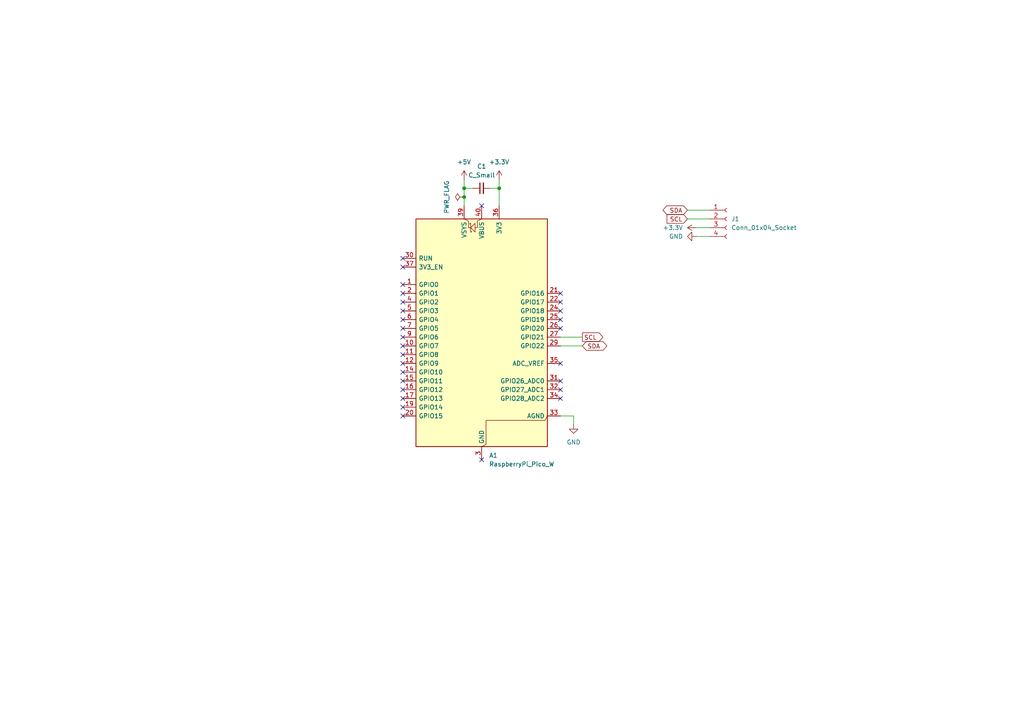
<source format=kicad_sch>
(kicad_sch
	(version 20250114)
	(generator "eeschema")
	(generator_version "9.0")
	(uuid "3ad247c1-659a-4750-b924-bc611a7de9f4")
	(paper "A4")
	(lib_symbols
		(symbol "Connector:Conn_01x04_Socket"
			(pin_names
				(offset 1.016)
				(hide yes)
			)
			(exclude_from_sim no)
			(in_bom yes)
			(on_board yes)
			(property "Reference" "J"
				(at 0 5.08 0)
				(effects
					(font
						(size 1.27 1.27)
					)
				)
			)
			(property "Value" "Conn_01x04_Socket"
				(at 0 -7.62 0)
				(effects
					(font
						(size 1.27 1.27)
					)
				)
			)
			(property "Footprint" ""
				(at 0 0 0)
				(effects
					(font
						(size 1.27 1.27)
					)
					(hide yes)
				)
			)
			(property "Datasheet" "~"
				(at 0 0 0)
				(effects
					(font
						(size 1.27 1.27)
					)
					(hide yes)
				)
			)
			(property "Description" "Generic connector, single row, 01x04, script generated"
				(at 0 0 0)
				(effects
					(font
						(size 1.27 1.27)
					)
					(hide yes)
				)
			)
			(property "ki_locked" ""
				(at 0 0 0)
				(effects
					(font
						(size 1.27 1.27)
					)
				)
			)
			(property "ki_keywords" "connector"
				(at 0 0 0)
				(effects
					(font
						(size 1.27 1.27)
					)
					(hide yes)
				)
			)
			(property "ki_fp_filters" "Connector*:*_1x??_*"
				(at 0 0 0)
				(effects
					(font
						(size 1.27 1.27)
					)
					(hide yes)
				)
			)
			(symbol "Conn_01x04_Socket_1_1"
				(polyline
					(pts
						(xy -1.27 2.54) (xy -0.508 2.54)
					)
					(stroke
						(width 0.1524)
						(type default)
					)
					(fill
						(type none)
					)
				)
				(polyline
					(pts
						(xy -1.27 0) (xy -0.508 0)
					)
					(stroke
						(width 0.1524)
						(type default)
					)
					(fill
						(type none)
					)
				)
				(polyline
					(pts
						(xy -1.27 -2.54) (xy -0.508 -2.54)
					)
					(stroke
						(width 0.1524)
						(type default)
					)
					(fill
						(type none)
					)
				)
				(polyline
					(pts
						(xy -1.27 -5.08) (xy -0.508 -5.08)
					)
					(stroke
						(width 0.1524)
						(type default)
					)
					(fill
						(type none)
					)
				)
				(arc
					(start 0 2.032)
					(mid -0.5058 2.54)
					(end 0 3.048)
					(stroke
						(width 0.1524)
						(type default)
					)
					(fill
						(type none)
					)
				)
				(arc
					(start 0 -0.508)
					(mid -0.5058 0)
					(end 0 0.508)
					(stroke
						(width 0.1524)
						(type default)
					)
					(fill
						(type none)
					)
				)
				(arc
					(start 0 -3.048)
					(mid -0.5058 -2.54)
					(end 0 -2.032)
					(stroke
						(width 0.1524)
						(type default)
					)
					(fill
						(type none)
					)
				)
				(arc
					(start 0 -5.588)
					(mid -0.5058 -5.08)
					(end 0 -4.572)
					(stroke
						(width 0.1524)
						(type default)
					)
					(fill
						(type none)
					)
				)
				(pin passive line
					(at -5.08 2.54 0)
					(length 3.81)
					(name "Pin_1"
						(effects
							(font
								(size 1.27 1.27)
							)
						)
					)
					(number "1"
						(effects
							(font
								(size 1.27 1.27)
							)
						)
					)
				)
				(pin passive line
					(at -5.08 0 0)
					(length 3.81)
					(name "Pin_2"
						(effects
							(font
								(size 1.27 1.27)
							)
						)
					)
					(number "2"
						(effects
							(font
								(size 1.27 1.27)
							)
						)
					)
				)
				(pin passive line
					(at -5.08 -2.54 0)
					(length 3.81)
					(name "Pin_3"
						(effects
							(font
								(size 1.27 1.27)
							)
						)
					)
					(number "3"
						(effects
							(font
								(size 1.27 1.27)
							)
						)
					)
				)
				(pin passive line
					(at -5.08 -5.08 0)
					(length 3.81)
					(name "Pin_4"
						(effects
							(font
								(size 1.27 1.27)
							)
						)
					)
					(number "4"
						(effects
							(font
								(size 1.27 1.27)
							)
						)
					)
				)
			)
			(embedded_fonts no)
		)
		(symbol "Device:C_Small"
			(pin_numbers
				(hide yes)
			)
			(pin_names
				(offset 0.254)
				(hide yes)
			)
			(exclude_from_sim no)
			(in_bom yes)
			(on_board yes)
			(property "Reference" "C"
				(at 0.254 1.778 0)
				(effects
					(font
						(size 1.27 1.27)
					)
					(justify left)
				)
			)
			(property "Value" "C_Small"
				(at 0.254 -2.032 0)
				(effects
					(font
						(size 1.27 1.27)
					)
					(justify left)
				)
			)
			(property "Footprint" ""
				(at 0 0 0)
				(effects
					(font
						(size 1.27 1.27)
					)
					(hide yes)
				)
			)
			(property "Datasheet" "~"
				(at 0 0 0)
				(effects
					(font
						(size 1.27 1.27)
					)
					(hide yes)
				)
			)
			(property "Description" "Unpolarized capacitor, small symbol"
				(at 0 0 0)
				(effects
					(font
						(size 1.27 1.27)
					)
					(hide yes)
				)
			)
			(property "ki_keywords" "capacitor cap"
				(at 0 0 0)
				(effects
					(font
						(size 1.27 1.27)
					)
					(hide yes)
				)
			)
			(property "ki_fp_filters" "C_*"
				(at 0 0 0)
				(effects
					(font
						(size 1.27 1.27)
					)
					(hide yes)
				)
			)
			(symbol "C_Small_0_1"
				(polyline
					(pts
						(xy -1.524 0.508) (xy 1.524 0.508)
					)
					(stroke
						(width 0.3048)
						(type default)
					)
					(fill
						(type none)
					)
				)
				(polyline
					(pts
						(xy -1.524 -0.508) (xy 1.524 -0.508)
					)
					(stroke
						(width 0.3302)
						(type default)
					)
					(fill
						(type none)
					)
				)
			)
			(symbol "C_Small_1_1"
				(pin passive line
					(at 0 2.54 270)
					(length 2.032)
					(name "~"
						(effects
							(font
								(size 1.27 1.27)
							)
						)
					)
					(number "1"
						(effects
							(font
								(size 1.27 1.27)
							)
						)
					)
				)
				(pin passive line
					(at 0 -2.54 90)
					(length 2.032)
					(name "~"
						(effects
							(font
								(size 1.27 1.27)
							)
						)
					)
					(number "2"
						(effects
							(font
								(size 1.27 1.27)
							)
						)
					)
				)
			)
			(embedded_fonts no)
		)
		(symbol "MCU_Module:RaspberryPi_Pico_W"
			(pin_names
				(offset 0.762)
			)
			(exclude_from_sim no)
			(in_bom yes)
			(on_board yes)
			(property "Reference" "A"
				(at -19.05 35.56 0)
				(effects
					(font
						(size 1.27 1.27)
					)
					(justify left)
				)
			)
			(property "Value" "RaspberryPi_Pico_W"
				(at 7.62 35.56 0)
				(effects
					(font
						(size 1.27 1.27)
					)
					(justify left)
				)
			)
			(property "Footprint" "Module:RaspberryPi_Pico_W_SMD_HandSolder"
				(at 0 -46.99 0)
				(effects
					(font
						(size 1.27 1.27)
					)
					(hide yes)
				)
			)
			(property "Datasheet" "https://datasheets.raspberrypi.com/picow/pico-w-datasheet.pdf"
				(at 0 -49.53 0)
				(effects
					(font
						(size 1.27 1.27)
					)
					(hide yes)
				)
			)
			(property "Description" "Versatile and inexpensive wireless microcontroller module powered by RP2040 dual-core Arm Cortex-M0+ processor up to 133 MHz, 264kB SRAM, 2MB QSPI flash, Infineon CYW43439 2.4GHz 802.11n wireless LAN; also supports Raspberry Pi Pico 2 W"
				(at 0 -52.07 0)
				(effects
					(font
						(size 1.27 1.27)
					)
					(hide yes)
				)
			)
			(property "ki_keywords" "RP2350A M33 RISC-V Hazard3 usb wifi bluetooth"
				(at 0 0 0)
				(effects
					(font
						(size 1.27 1.27)
					)
					(hide yes)
				)
			)
			(property "ki_fp_filters" "RaspberryPi?Pico?Common* RaspberryPi?Pico?W?SMD*"
				(at 0 0 0)
				(effects
					(font
						(size 1.27 1.27)
					)
					(hide yes)
				)
			)
			(symbol "RaspberryPi_Pico_W_0_1"
				(rectangle
					(start -19.05 34.29)
					(end 19.05 -31.75)
					(stroke
						(width 0.254)
						(type default)
					)
					(fill
						(type background)
					)
				)
				(polyline
					(pts
						(xy -5.08 34.29) (xy -3.81 33.655) (xy -3.81 31.75) (xy -3.175 31.75)
					)
					(stroke
						(width 0)
						(type default)
					)
					(fill
						(type none)
					)
				)
				(polyline
					(pts
						(xy -3.429 32.766) (xy -3.429 33.02) (xy -3.175 33.02) (xy -3.175 30.48) (xy -2.921 30.48) (xy -2.921 30.734)
					)
					(stroke
						(width 0)
						(type default)
					)
					(fill
						(type none)
					)
				)
				(polyline
					(pts
						(xy -3.175 31.75) (xy -1.905 33.02) (xy -1.905 30.48) (xy -3.175 31.75)
					)
					(stroke
						(width 0)
						(type default)
					)
					(fill
						(type none)
					)
				)
				(polyline
					(pts
						(xy 0 34.29) (xy -1.27 33.655) (xy -1.27 31.75) (xy -1.905 31.75)
					)
					(stroke
						(width 0)
						(type default)
					)
					(fill
						(type none)
					)
				)
				(polyline
					(pts
						(xy 0 -31.75) (xy 1.27 -31.115) (xy 1.27 -24.13) (xy 18.415 -24.13) (xy 19.05 -22.86)
					)
					(stroke
						(width 0)
						(type default)
					)
					(fill
						(type none)
					)
				)
			)
			(symbol "RaspberryPi_Pico_W_1_1"
				(pin passive line
					(at -22.86 22.86 0)
					(length 3.81)
					(name "RUN"
						(effects
							(font
								(size 1.27 1.27)
							)
						)
					)
					(number "30"
						(effects
							(font
								(size 1.27 1.27)
							)
						)
					)
					(alternate "~{RESET}" passive line)
				)
				(pin passive line
					(at -22.86 20.32 0)
					(length 3.81)
					(name "3V3_EN"
						(effects
							(font
								(size 1.27 1.27)
							)
						)
					)
					(number "37"
						(effects
							(font
								(size 1.27 1.27)
							)
						)
					)
					(alternate "~{3V3_DISABLE}" passive line)
				)
				(pin bidirectional line
					(at -22.86 15.24 0)
					(length 3.81)
					(name "GPIO0"
						(effects
							(font
								(size 1.27 1.27)
							)
						)
					)
					(number "1"
						(effects
							(font
								(size 1.27 1.27)
							)
						)
					)
					(alternate "I2C0_SDA" bidirectional line)
					(alternate "PWM0_A" output line)
					(alternate "SPI0_RX" input line)
					(alternate "UART0_TX" output line)
					(alternate "USB_OVCUR_DET" input line)
				)
				(pin bidirectional line
					(at -22.86 12.7 0)
					(length 3.81)
					(name "GPIO1"
						(effects
							(font
								(size 1.27 1.27)
							)
						)
					)
					(number "2"
						(effects
							(font
								(size 1.27 1.27)
							)
						)
					)
					(alternate "I2C0_SCL" bidirectional clock)
					(alternate "PWM0_B" bidirectional line)
					(alternate "UART0_RX" input line)
					(alternate "USB_VBUS_DET" passive line)
					(alternate "~{SPI0_CSn}" bidirectional line)
				)
				(pin bidirectional line
					(at -22.86 10.16 0)
					(length 3.81)
					(name "GPIO2"
						(effects
							(font
								(size 1.27 1.27)
							)
						)
					)
					(number "4"
						(effects
							(font
								(size 1.27 1.27)
							)
						)
					)
					(alternate "I2C1_SDA" bidirectional line)
					(alternate "PWM1_A" output line)
					(alternate "SPI0_SCK" bidirectional clock)
					(alternate "UART0_CTS" input line)
					(alternate "USB_VBUS_EN" output line)
				)
				(pin bidirectional line
					(at -22.86 7.62 0)
					(length 3.81)
					(name "GPIO3"
						(effects
							(font
								(size 1.27 1.27)
							)
						)
					)
					(number "5"
						(effects
							(font
								(size 1.27 1.27)
							)
						)
					)
					(alternate "I2C1_SCL" bidirectional clock)
					(alternate "PWM1_B" bidirectional line)
					(alternate "SPI0_TX" output line)
					(alternate "UART0_RTS" output line)
					(alternate "USB_OVCUR_DET" input line)
				)
				(pin bidirectional line
					(at -22.86 5.08 0)
					(length 3.81)
					(name "GPIO4"
						(effects
							(font
								(size 1.27 1.27)
							)
						)
					)
					(number "6"
						(effects
							(font
								(size 1.27 1.27)
							)
						)
					)
					(alternate "I2C0_SDA" bidirectional line)
					(alternate "PWM2_A" output line)
					(alternate "SPI0_RX" input line)
					(alternate "UART1_TX" output line)
					(alternate "USB_VBUS_DET" input line)
				)
				(pin bidirectional line
					(at -22.86 2.54 0)
					(length 3.81)
					(name "GPIO5"
						(effects
							(font
								(size 1.27 1.27)
							)
						)
					)
					(number "7"
						(effects
							(font
								(size 1.27 1.27)
							)
						)
					)
					(alternate "I2C0_SCL" bidirectional clock)
					(alternate "PWM2_B" bidirectional line)
					(alternate "UART1_RX" input line)
					(alternate "USB_VBUS_EN" output line)
					(alternate "~{SPI0_CSn}" bidirectional line)
				)
				(pin bidirectional line
					(at -22.86 0 0)
					(length 3.81)
					(name "GPIO6"
						(effects
							(font
								(size 1.27 1.27)
							)
						)
					)
					(number "9"
						(effects
							(font
								(size 1.27 1.27)
							)
						)
					)
					(alternate "I2C1_SDA" bidirectional line)
					(alternate "PWM3_A" output line)
					(alternate "SPI0_SCK" bidirectional clock)
					(alternate "UART1_CTS" input line)
					(alternate "USB_OVCUR_DET" input line)
				)
				(pin bidirectional line
					(at -22.86 -2.54 0)
					(length 3.81)
					(name "GPIO7"
						(effects
							(font
								(size 1.27 1.27)
							)
						)
					)
					(number "10"
						(effects
							(font
								(size 1.27 1.27)
							)
						)
					)
					(alternate "I2C1_SCL" bidirectional clock)
					(alternate "PWM3_B" bidirectional line)
					(alternate "SPI0_TX" output line)
					(alternate "UART1_RTS" output line)
					(alternate "USB_VBUS_DET" input line)
				)
				(pin bidirectional line
					(at -22.86 -5.08 0)
					(length 3.81)
					(name "GPIO8"
						(effects
							(font
								(size 1.27 1.27)
							)
						)
					)
					(number "11"
						(effects
							(font
								(size 1.27 1.27)
							)
						)
					)
					(alternate "I2C0_SDA" bidirectional line)
					(alternate "PWM4_A" output line)
					(alternate "SPI1_RX" input line)
					(alternate "UART1_TX" output line)
					(alternate "USB_VBUS_EN" output line)
				)
				(pin bidirectional line
					(at -22.86 -7.62 0)
					(length 3.81)
					(name "GPIO9"
						(effects
							(font
								(size 1.27 1.27)
							)
						)
					)
					(number "12"
						(effects
							(font
								(size 1.27 1.27)
							)
						)
					)
					(alternate "I2C0_SCL" bidirectional clock)
					(alternate "PWM4_B" bidirectional line)
					(alternate "UART1_RX" input line)
					(alternate "USB_OVCUR_DET" input line)
					(alternate "~{SPI1_CSn}" bidirectional line)
				)
				(pin bidirectional line
					(at -22.86 -10.16 0)
					(length 3.81)
					(name "GPIO10"
						(effects
							(font
								(size 1.27 1.27)
							)
						)
					)
					(number "14"
						(effects
							(font
								(size 1.27 1.27)
							)
						)
					)
					(alternate "I2C1_SDA" bidirectional line)
					(alternate "PWM5_A" output line)
					(alternate "SPI1_SCK" bidirectional clock)
					(alternate "UART1_CTS" input line)
					(alternate "USB_VBUS_DET" input line)
				)
				(pin bidirectional line
					(at -22.86 -12.7 0)
					(length 3.81)
					(name "GPIO11"
						(effects
							(font
								(size 1.27 1.27)
							)
						)
					)
					(number "15"
						(effects
							(font
								(size 1.27 1.27)
							)
						)
					)
					(alternate "I2C1_SCL" bidirectional clock)
					(alternate "PWM5_B" bidirectional line)
					(alternate "SPI1_TX" output line)
					(alternate "UART1_RTS" output line)
					(alternate "USB_VBUS_EN" output line)
				)
				(pin bidirectional line
					(at -22.86 -15.24 0)
					(length 3.81)
					(name "GPIO12"
						(effects
							(font
								(size 1.27 1.27)
							)
						)
					)
					(number "16"
						(effects
							(font
								(size 1.27 1.27)
							)
						)
					)
					(alternate "I2C0_SDA" bidirectional line)
					(alternate "PWM6_A" output line)
					(alternate "SPI1_RX" input line)
					(alternate "UART0_TX" output line)
					(alternate "USB_OVCUR_DET" input line)
				)
				(pin bidirectional line
					(at -22.86 -17.78 0)
					(length 3.81)
					(name "GPIO13"
						(effects
							(font
								(size 1.27 1.27)
							)
						)
					)
					(number "17"
						(effects
							(font
								(size 1.27 1.27)
							)
						)
					)
					(alternate "I2C0_SCL" bidirectional clock)
					(alternate "PWM6_B" bidirectional line)
					(alternate "UART0_RX" input line)
					(alternate "USB_VBUS_DET" input line)
					(alternate "~{SPI1_CSn}" bidirectional line)
				)
				(pin bidirectional line
					(at -22.86 -20.32 0)
					(length 3.81)
					(name "GPIO14"
						(effects
							(font
								(size 1.27 1.27)
							)
						)
					)
					(number "19"
						(effects
							(font
								(size 1.27 1.27)
							)
						)
					)
					(alternate "I2C1_SDA" bidirectional line)
					(alternate "PWM7_A" output line)
					(alternate "SPI1_SCK" bidirectional clock)
					(alternate "UART0_CTS" input line)
					(alternate "USB_VBUS_EN" output line)
				)
				(pin bidirectional line
					(at -22.86 -22.86 0)
					(length 3.81)
					(name "GPIO15"
						(effects
							(font
								(size 1.27 1.27)
							)
						)
					)
					(number "20"
						(effects
							(font
								(size 1.27 1.27)
							)
						)
					)
					(alternate "I2C1_SCL" bidirectional clock)
					(alternate "PWM7_B" bidirectional line)
					(alternate "SPI1_TX" output line)
					(alternate "UART0_RTS" output line)
					(alternate "USB_OVCUR_DET" input line)
				)
				(pin power_in line
					(at -5.08 38.1 270)
					(length 3.81)
					(name "VSYS"
						(effects
							(font
								(size 1.27 1.27)
							)
						)
					)
					(number "39"
						(effects
							(font
								(size 1.27 1.27)
							)
						)
					)
					(alternate "VSYS_OUT" power_out line)
				)
				(pin power_out line
					(at 0 38.1 270)
					(length 3.81)
					(name "VBUS"
						(effects
							(font
								(size 1.27 1.27)
							)
						)
					)
					(number "40"
						(effects
							(font
								(size 1.27 1.27)
							)
						)
					)
					(alternate "VBUS_IN" power_in line)
				)
				(pin passive line
					(at 0 -35.56 90)
					(length 3.81)
					(hide yes)
					(name "GND"
						(effects
							(font
								(size 1.27 1.27)
							)
						)
					)
					(number "13"
						(effects
							(font
								(size 1.27 1.27)
							)
						)
					)
				)
				(pin passive line
					(at 0 -35.56 90)
					(length 3.81)
					(hide yes)
					(name "GND"
						(effects
							(font
								(size 1.27 1.27)
							)
						)
					)
					(number "18"
						(effects
							(font
								(size 1.27 1.27)
							)
						)
					)
				)
				(pin passive line
					(at 0 -35.56 90)
					(length 3.81)
					(hide yes)
					(name "GND"
						(effects
							(font
								(size 1.27 1.27)
							)
						)
					)
					(number "23"
						(effects
							(font
								(size 1.27 1.27)
							)
						)
					)
				)
				(pin passive line
					(at 0 -35.56 90)
					(length 3.81)
					(hide yes)
					(name "GND"
						(effects
							(font
								(size 1.27 1.27)
							)
						)
					)
					(number "28"
						(effects
							(font
								(size 1.27 1.27)
							)
						)
					)
				)
				(pin power_out line
					(at 0 -35.56 90)
					(length 3.81)
					(name "GND"
						(effects
							(font
								(size 1.27 1.27)
							)
						)
					)
					(number "3"
						(effects
							(font
								(size 1.27 1.27)
							)
						)
					)
					(alternate "GND_IN" power_in line)
				)
				(pin passive line
					(at 0 -35.56 90)
					(length 3.81)
					(hide yes)
					(name "GND"
						(effects
							(font
								(size 1.27 1.27)
							)
						)
					)
					(number "38"
						(effects
							(font
								(size 1.27 1.27)
							)
						)
					)
				)
				(pin passive line
					(at 0 -35.56 90)
					(length 3.81)
					(hide yes)
					(name "GND"
						(effects
							(font
								(size 1.27 1.27)
							)
						)
					)
					(number "8"
						(effects
							(font
								(size 1.27 1.27)
							)
						)
					)
				)
				(pin power_out line
					(at 5.08 38.1 270)
					(length 3.81)
					(name "3V3"
						(effects
							(font
								(size 1.27 1.27)
							)
						)
					)
					(number "36"
						(effects
							(font
								(size 1.27 1.27)
							)
						)
					)
				)
				(pin bidirectional line
					(at 22.86 12.7 180)
					(length 3.81)
					(name "GPIO16"
						(effects
							(font
								(size 1.27 1.27)
							)
						)
					)
					(number "21"
						(effects
							(font
								(size 1.27 1.27)
							)
						)
					)
					(alternate "I2C0_SDA" bidirectional line)
					(alternate "PWM0_A" output line)
					(alternate "SPI0_RX" input line)
					(alternate "UART0_TX" output line)
					(alternate "USB_VBUS_DET" input line)
				)
				(pin bidirectional line
					(at 22.86 10.16 180)
					(length 3.81)
					(name "GPIO17"
						(effects
							(font
								(size 1.27 1.27)
							)
						)
					)
					(number "22"
						(effects
							(font
								(size 1.27 1.27)
							)
						)
					)
					(alternate "I2C0_SCL" bidirectional clock)
					(alternate "PWM0_B" bidirectional line)
					(alternate "UART0_RX" input line)
					(alternate "USB_VBUS_EN" output line)
					(alternate "~{SPI0_CSn}" bidirectional line)
				)
				(pin bidirectional line
					(at 22.86 7.62 180)
					(length 3.81)
					(name "GPIO18"
						(effects
							(font
								(size 1.27 1.27)
							)
						)
					)
					(number "24"
						(effects
							(font
								(size 1.27 1.27)
							)
						)
					)
					(alternate "I2C1_SDA" bidirectional line)
					(alternate "PWM1_A" output line)
					(alternate "SPI0_SCK" bidirectional clock)
					(alternate "UART0_CTS" input line)
					(alternate "USB_OVCUR_DET" input line)
				)
				(pin bidirectional line
					(at 22.86 5.08 180)
					(length 3.81)
					(name "GPIO19"
						(effects
							(font
								(size 1.27 1.27)
							)
						)
					)
					(number "25"
						(effects
							(font
								(size 1.27 1.27)
							)
						)
					)
					(alternate "I2C1_SCL" bidirectional clock)
					(alternate "PWM1_B" bidirectional line)
					(alternate "SPI0_TX" output line)
					(alternate "UART0_RTS" output line)
					(alternate "USB_VBUS_DET" input line)
				)
				(pin bidirectional line
					(at 22.86 2.54 180)
					(length 3.81)
					(name "GPIO20"
						(effects
							(font
								(size 1.27 1.27)
							)
						)
					)
					(number "26"
						(effects
							(font
								(size 1.27 1.27)
							)
						)
					)
					(alternate "CLOCK_GPIN0" input clock)
					(alternate "I2C0_SDA" bidirectional line)
					(alternate "PWM2_A" output line)
					(alternate "SPI0_RX" input line)
					(alternate "UART1_TX" output line)
					(alternate "USB_VBUS_EN" output line)
				)
				(pin bidirectional line
					(at 22.86 0 180)
					(length 3.81)
					(name "GPIO21"
						(effects
							(font
								(size 1.27 1.27)
							)
						)
					)
					(number "27"
						(effects
							(font
								(size 1.27 1.27)
							)
						)
					)
					(alternate "CLOCK_GPOUT0" output clock)
					(alternate "I2C0_SCL" bidirectional clock)
					(alternate "PWM2_B" bidirectional line)
					(alternate "UART1_RX" input line)
					(alternate "USB_OVCUR_DET" input line)
					(alternate "~{SPI0_CSn}" bidirectional line)
				)
				(pin bidirectional line
					(at 22.86 -2.54 180)
					(length 3.81)
					(name "GPIO22"
						(effects
							(font
								(size 1.27 1.27)
							)
						)
					)
					(number "29"
						(effects
							(font
								(size 1.27 1.27)
							)
						)
					)
					(alternate "CLOCK_GPIN1" input clock)
					(alternate "I2C1_SDA" bidirectional line)
					(alternate "PWM3_A" output line)
					(alternate "SPI0_SCK" bidirectional clock)
					(alternate "UART1_CTS" input line)
					(alternate "USB_VBUS_DET" input line)
				)
				(pin power_in line
					(at 22.86 -7.62 180)
					(length 3.81)
					(name "ADC_VREF"
						(effects
							(font
								(size 1.27 1.27)
							)
						)
					)
					(number "35"
						(effects
							(font
								(size 1.27 1.27)
							)
						)
					)
				)
				(pin bidirectional line
					(at 22.86 -12.7 180)
					(length 3.81)
					(name "GPIO26_ADC0"
						(effects
							(font
								(size 1.27 1.27)
							)
						)
					)
					(number "31"
						(effects
							(font
								(size 1.27 1.27)
							)
						)
					)
					(alternate "ADC0" input line)
					(alternate "GPIO26" bidirectional line)
					(alternate "I2C1_SDA" bidirectional line)
					(alternate "PWM5_A" output line)
					(alternate "SPI1_SCK" bidirectional clock)
					(alternate "UART1_CTS" input line)
					(alternate "USB_VBUS_EN" output line)
				)
				(pin bidirectional line
					(at 22.86 -15.24 180)
					(length 3.81)
					(name "GPIO27_ADC1"
						(effects
							(font
								(size 1.27 1.27)
							)
						)
					)
					(number "32"
						(effects
							(font
								(size 1.27 1.27)
							)
						)
					)
					(alternate "ADC1" input line)
					(alternate "GPIO27" bidirectional line)
					(alternate "I2C1_SCL" bidirectional clock)
					(alternate "PWM5_B" bidirectional line)
					(alternate "SPI1_TX" output line)
					(alternate "UART1_RTS" output line)
					(alternate "USB_OVCUR_DET" input line)
				)
				(pin bidirectional line
					(at 22.86 -17.78 180)
					(length 3.81)
					(name "GPIO28_ADC2"
						(effects
							(font
								(size 1.27 1.27)
							)
						)
					)
					(number "34"
						(effects
							(font
								(size 1.27 1.27)
							)
						)
					)
					(alternate "ADC2" input line)
					(alternate "GPIO28" bidirectional line)
					(alternate "I2C0_SDA" bidirectional line)
					(alternate "PWM6_A" output line)
					(alternate "SPI1_RX" input line)
					(alternate "UART0_TX" output line)
					(alternate "USB_VBUS_DET" input line)
				)
				(pin power_out line
					(at 22.86 -22.86 180)
					(length 3.81)
					(name "AGND"
						(effects
							(font
								(size 1.27 1.27)
							)
						)
					)
					(number "33"
						(effects
							(font
								(size 1.27 1.27)
							)
						)
					)
					(alternate "GND" passive line)
				)
			)
			(embedded_fonts no)
		)
		(symbol "power:+3.3V"
			(power)
			(pin_numbers
				(hide yes)
			)
			(pin_names
				(offset 0)
				(hide yes)
			)
			(exclude_from_sim no)
			(in_bom yes)
			(on_board yes)
			(property "Reference" "#PWR"
				(at 0 -3.81 0)
				(effects
					(font
						(size 1.27 1.27)
					)
					(hide yes)
				)
			)
			(property "Value" "+3.3V"
				(at 0 3.556 0)
				(effects
					(font
						(size 1.27 1.27)
					)
				)
			)
			(property "Footprint" ""
				(at 0 0 0)
				(effects
					(font
						(size 1.27 1.27)
					)
					(hide yes)
				)
			)
			(property "Datasheet" ""
				(at 0 0 0)
				(effects
					(font
						(size 1.27 1.27)
					)
					(hide yes)
				)
			)
			(property "Description" "Power symbol creates a global label with name \"+3.3V\""
				(at 0 0 0)
				(effects
					(font
						(size 1.27 1.27)
					)
					(hide yes)
				)
			)
			(property "ki_keywords" "global power"
				(at 0 0 0)
				(effects
					(font
						(size 1.27 1.27)
					)
					(hide yes)
				)
			)
			(symbol "+3.3V_0_1"
				(polyline
					(pts
						(xy -0.762 1.27) (xy 0 2.54)
					)
					(stroke
						(width 0)
						(type default)
					)
					(fill
						(type none)
					)
				)
				(polyline
					(pts
						(xy 0 2.54) (xy 0.762 1.27)
					)
					(stroke
						(width 0)
						(type default)
					)
					(fill
						(type none)
					)
				)
				(polyline
					(pts
						(xy 0 0) (xy 0 2.54)
					)
					(stroke
						(width 0)
						(type default)
					)
					(fill
						(type none)
					)
				)
			)
			(symbol "+3.3V_1_1"
				(pin power_in line
					(at 0 0 90)
					(length 0)
					(name "~"
						(effects
							(font
								(size 1.27 1.27)
							)
						)
					)
					(number "1"
						(effects
							(font
								(size 1.27 1.27)
							)
						)
					)
				)
			)
			(embedded_fonts no)
		)
		(symbol "power:+5V"
			(power)
			(pin_numbers
				(hide yes)
			)
			(pin_names
				(offset 0)
				(hide yes)
			)
			(exclude_from_sim no)
			(in_bom yes)
			(on_board yes)
			(property "Reference" "#PWR"
				(at 0 -3.81 0)
				(effects
					(font
						(size 1.27 1.27)
					)
					(hide yes)
				)
			)
			(property "Value" "+5V"
				(at 0 3.556 0)
				(effects
					(font
						(size 1.27 1.27)
					)
				)
			)
			(property "Footprint" ""
				(at 0 0 0)
				(effects
					(font
						(size 1.27 1.27)
					)
					(hide yes)
				)
			)
			(property "Datasheet" ""
				(at 0 0 0)
				(effects
					(font
						(size 1.27 1.27)
					)
					(hide yes)
				)
			)
			(property "Description" "Power symbol creates a global label with name \"+5V\""
				(at 0 0 0)
				(effects
					(font
						(size 1.27 1.27)
					)
					(hide yes)
				)
			)
			(property "ki_keywords" "global power"
				(at 0 0 0)
				(effects
					(font
						(size 1.27 1.27)
					)
					(hide yes)
				)
			)
			(symbol "+5V_0_1"
				(polyline
					(pts
						(xy -0.762 1.27) (xy 0 2.54)
					)
					(stroke
						(width 0)
						(type default)
					)
					(fill
						(type none)
					)
				)
				(polyline
					(pts
						(xy 0 2.54) (xy 0.762 1.27)
					)
					(stroke
						(width 0)
						(type default)
					)
					(fill
						(type none)
					)
				)
				(polyline
					(pts
						(xy 0 0) (xy 0 2.54)
					)
					(stroke
						(width 0)
						(type default)
					)
					(fill
						(type none)
					)
				)
			)
			(symbol "+5V_1_1"
				(pin power_in line
					(at 0 0 90)
					(length 0)
					(name "~"
						(effects
							(font
								(size 1.27 1.27)
							)
						)
					)
					(number "1"
						(effects
							(font
								(size 1.27 1.27)
							)
						)
					)
				)
			)
			(embedded_fonts no)
		)
		(symbol "power:GND"
			(power)
			(pin_numbers
				(hide yes)
			)
			(pin_names
				(offset 0)
				(hide yes)
			)
			(exclude_from_sim no)
			(in_bom yes)
			(on_board yes)
			(property "Reference" "#PWR"
				(at 0 -6.35 0)
				(effects
					(font
						(size 1.27 1.27)
					)
					(hide yes)
				)
			)
			(property "Value" "GND"
				(at 0 -3.81 0)
				(effects
					(font
						(size 1.27 1.27)
					)
				)
			)
			(property "Footprint" ""
				(at 0 0 0)
				(effects
					(font
						(size 1.27 1.27)
					)
					(hide yes)
				)
			)
			(property "Datasheet" ""
				(at 0 0 0)
				(effects
					(font
						(size 1.27 1.27)
					)
					(hide yes)
				)
			)
			(property "Description" "Power symbol creates a global label with name \"GND\" , ground"
				(at 0 0 0)
				(effects
					(font
						(size 1.27 1.27)
					)
					(hide yes)
				)
			)
			(property "ki_keywords" "global power"
				(at 0 0 0)
				(effects
					(font
						(size 1.27 1.27)
					)
					(hide yes)
				)
			)
			(symbol "GND_0_1"
				(polyline
					(pts
						(xy 0 0) (xy 0 -1.27) (xy 1.27 -1.27) (xy 0 -2.54) (xy -1.27 -1.27) (xy 0 -1.27)
					)
					(stroke
						(width 0)
						(type default)
					)
					(fill
						(type none)
					)
				)
			)
			(symbol "GND_1_1"
				(pin power_in line
					(at 0 0 270)
					(length 0)
					(name "~"
						(effects
							(font
								(size 1.27 1.27)
							)
						)
					)
					(number "1"
						(effects
							(font
								(size 1.27 1.27)
							)
						)
					)
				)
			)
			(embedded_fonts no)
		)
		(symbol "power:PWR_FLAG"
			(power)
			(pin_numbers
				(hide yes)
			)
			(pin_names
				(offset 0)
				(hide yes)
			)
			(exclude_from_sim no)
			(in_bom yes)
			(on_board yes)
			(property "Reference" "#FLG"
				(at 0 1.905 0)
				(effects
					(font
						(size 1.27 1.27)
					)
					(hide yes)
				)
			)
			(property "Value" "PWR_FLAG"
				(at 0 3.81 0)
				(effects
					(font
						(size 1.27 1.27)
					)
				)
			)
			(property "Footprint" ""
				(at 0 0 0)
				(effects
					(font
						(size 1.27 1.27)
					)
					(hide yes)
				)
			)
			(property "Datasheet" "~"
				(at 0 0 0)
				(effects
					(font
						(size 1.27 1.27)
					)
					(hide yes)
				)
			)
			(property "Description" "Special symbol for telling ERC where power comes from"
				(at 0 0 0)
				(effects
					(font
						(size 1.27 1.27)
					)
					(hide yes)
				)
			)
			(property "ki_keywords" "flag power"
				(at 0 0 0)
				(effects
					(font
						(size 1.27 1.27)
					)
					(hide yes)
				)
			)
			(symbol "PWR_FLAG_0_0"
				(pin power_out line
					(at 0 0 90)
					(length 0)
					(name "~"
						(effects
							(font
								(size 1.27 1.27)
							)
						)
					)
					(number "1"
						(effects
							(font
								(size 1.27 1.27)
							)
						)
					)
				)
			)
			(symbol "PWR_FLAG_0_1"
				(polyline
					(pts
						(xy 0 0) (xy 0 1.27) (xy -1.016 1.905) (xy 0 2.54) (xy 1.016 1.905) (xy 0 1.27)
					)
					(stroke
						(width 0)
						(type default)
					)
					(fill
						(type none)
					)
				)
			)
			(embedded_fonts no)
		)
	)
	(junction
		(at 134.62 57.15)
		(diameter 0)
		(color 0 0 0 0)
		(uuid "53788aef-e4a5-4618-8394-719d3369cc82")
	)
	(junction
		(at 144.78 54.61)
		(diameter 0)
		(color 0 0 0 0)
		(uuid "6aa4e017-28ac-4263-8fad-3e67b7c2ef48")
	)
	(junction
		(at 134.62 54.61)
		(diameter 0)
		(color 0 0 0 0)
		(uuid "9d587d56-bd60-439e-93c5-3332852fe446")
	)
	(no_connect
		(at 116.84 115.57)
		(uuid "0695a7c8-3844-4333-8890-463d2c61a0f8")
	)
	(no_connect
		(at 139.7 59.69)
		(uuid "1962cc9d-deb5-4602-8260-5145bdaaf9a2")
	)
	(no_connect
		(at 116.84 82.55)
		(uuid "1b057888-de88-4327-981d-ed47f81f4177")
	)
	(no_connect
		(at 162.56 92.71)
		(uuid "1f2cd198-34e2-435d-88f0-d7565f6179fb")
	)
	(no_connect
		(at 116.84 102.87)
		(uuid "2afe3e15-3e4c-4d83-a733-2a4296dd9699")
	)
	(no_connect
		(at 116.84 105.41)
		(uuid "3ea9b0e4-3c91-4dff-b894-e6d69309999b")
	)
	(no_connect
		(at 116.84 97.79)
		(uuid "40f21e28-ba64-4cc2-909e-a174efd911c4")
	)
	(no_connect
		(at 116.84 77.47)
		(uuid "45643498-3221-4629-9860-b8c77fc1d137")
	)
	(no_connect
		(at 139.7 133.35)
		(uuid "51ca9999-1192-442a-afd3-77bd477addc2")
	)
	(no_connect
		(at 162.56 110.49)
		(uuid "630a92cc-4371-4563-af3e-32c72f9a6154")
	)
	(no_connect
		(at 116.84 120.65)
		(uuid "634d682a-732d-4217-87cc-004b56456290")
	)
	(no_connect
		(at 162.56 113.03)
		(uuid "6657da8e-acee-45a0-98cc-1f0c8a7b6ede")
	)
	(no_connect
		(at 116.84 118.11)
		(uuid "707e4baf-a31f-4f1c-9061-fbe6050b416d")
	)
	(no_connect
		(at 162.56 87.63)
		(uuid "7b402d7f-9d08-4810-83d9-bddf315e6e3b")
	)
	(no_connect
		(at 116.84 92.71)
		(uuid "87d4213a-5af4-43ad-ad66-8e89ba0d418e")
	)
	(no_connect
		(at 162.56 105.41)
		(uuid "87ed5d6a-530d-4693-8ebb-19a53f4170fe")
	)
	(no_connect
		(at 162.56 85.09)
		(uuid "8d970d31-130a-45cd-bc4b-5dc71e6d44a9")
	)
	(no_connect
		(at 116.84 87.63)
		(uuid "9aaccd72-f936-4b7f-b25d-9417dedb66b0")
	)
	(no_connect
		(at 116.84 95.25)
		(uuid "b1b24a3a-3b55-47cf-8864-a205e6e2af74")
	)
	(no_connect
		(at 116.84 100.33)
		(uuid "b1fab6db-bc48-4804-83ee-81c84e726500")
	)
	(no_connect
		(at 116.84 107.95)
		(uuid "b60d5930-eab6-48a8-bca1-d96dbf87f246")
	)
	(no_connect
		(at 116.84 74.93)
		(uuid "b76f752a-946e-4bf1-ae5f-15a14297e638")
	)
	(no_connect
		(at 116.84 90.17)
		(uuid "bd696a98-3dab-4a01-8a34-467bf13fd4b0")
	)
	(no_connect
		(at 162.56 115.57)
		(uuid "c69599c4-2730-4ef4-935a-340de701569b")
	)
	(no_connect
		(at 116.84 110.49)
		(uuid "c6d475fe-54aa-4d4d-8064-00110a0f1e96")
	)
	(no_connect
		(at 162.56 95.25)
		(uuid "c9da2619-55e0-4f1f-88b5-30f5d6c449bc")
	)
	(no_connect
		(at 162.56 90.17)
		(uuid "cfd6e406-a07b-4d5d-8a64-990099cbcfd5")
	)
	(no_connect
		(at 116.84 113.03)
		(uuid "ea8ea8cc-9a97-4ce7-8a72-c368390238b4")
	)
	(no_connect
		(at 116.84 85.09)
		(uuid "ee5d4969-2c75-431b-a2ec-b2c14b7e2b9e")
	)
	(wire
		(pts
			(xy 142.24 54.61) (xy 144.78 54.61)
		)
		(stroke
			(width 0)
			(type default)
		)
		(uuid "0339f61c-0fc1-4913-95e5-2d53f31bccf0")
	)
	(wire
		(pts
			(xy 162.56 97.79) (xy 168.91 97.79)
		)
		(stroke
			(width 0)
			(type default)
		)
		(uuid "05bb5ff5-a066-48ec-8e89-c591f2ba97a1")
	)
	(wire
		(pts
			(xy 199.39 60.96) (xy 205.74 60.96)
		)
		(stroke
			(width 0)
			(type default)
		)
		(uuid "10bc33bb-a66c-42d8-9c39-b0563347c7e3")
	)
	(wire
		(pts
			(xy 162.56 100.33) (xy 168.91 100.33)
		)
		(stroke
			(width 0)
			(type default)
		)
		(uuid "16f484f8-ac10-490f-9c42-ac76e3713e8f")
	)
	(wire
		(pts
			(xy 201.93 66.04) (xy 205.74 66.04)
		)
		(stroke
			(width 0)
			(type default)
		)
		(uuid "1d7f0c0d-51c8-40e0-9162-543acfd0a76b")
	)
	(wire
		(pts
			(xy 199.39 63.5) (xy 205.74 63.5)
		)
		(stroke
			(width 0)
			(type default)
		)
		(uuid "2e47f799-9bbf-47c4-ab33-1b78e287c405")
	)
	(wire
		(pts
			(xy 134.62 54.61) (xy 137.16 54.61)
		)
		(stroke
			(width 0)
			(type default)
		)
		(uuid "43e5e380-b195-4177-8688-48062d4166ad")
	)
	(wire
		(pts
			(xy 144.78 54.61) (xy 144.78 59.69)
		)
		(stroke
			(width 0)
			(type default)
		)
		(uuid "4d9e614c-b910-44d6-9348-159f1430f67e")
	)
	(wire
		(pts
			(xy 162.56 120.65) (xy 166.37 120.65)
		)
		(stroke
			(width 0)
			(type default)
		)
		(uuid "4e2b1474-20b6-431d-8587-445b415bffa6")
	)
	(wire
		(pts
			(xy 201.93 68.58) (xy 205.74 68.58)
		)
		(stroke
			(width 0)
			(type default)
		)
		(uuid "68543153-4fe2-4a03-ac8d-47ae20ffe6f2")
	)
	(wire
		(pts
			(xy 144.78 52.07) (xy 144.78 54.61)
		)
		(stroke
			(width 0)
			(type default)
		)
		(uuid "6b1ba41b-a70c-4d3e-898d-1405b758be61")
	)
	(wire
		(pts
			(xy 134.62 54.61) (xy 134.62 57.15)
		)
		(stroke
			(width 0)
			(type default)
		)
		(uuid "a1b7dcaf-121d-4e49-99e9-25c4d50c3b3f")
	)
	(wire
		(pts
			(xy 134.62 57.15) (xy 134.62 59.69)
		)
		(stroke
			(width 0)
			(type default)
		)
		(uuid "be3b190b-54a0-46b8-a7aa-4cbb37e30481")
	)
	(wire
		(pts
			(xy 166.37 120.65) (xy 166.37 123.19)
		)
		(stroke
			(width 0)
			(type default)
		)
		(uuid "d26917c9-c5df-4c67-ae97-fd699e5c4640")
	)
	(wire
		(pts
			(xy 134.62 52.07) (xy 134.62 54.61)
		)
		(stroke
			(width 0)
			(type default)
		)
		(uuid "d960ded6-393a-4498-8af4-b9cd68ff2fb9")
	)
	(global_label "SCL"
		(shape input)
		(at 199.39 63.5 180)
		(fields_autoplaced yes)
		(effects
			(font
				(size 1.27 1.27)
			)
			(justify right)
		)
		(uuid "6a957a99-0413-43bd-98fc-4dcb99515673")
		(property "Intersheetrefs" "${INTERSHEET_REFS}"
			(at 192.8972 63.5 0)
			(effects
				(font
					(size 1.27 1.27)
				)
				(justify right)
				(hide yes)
			)
		)
	)
	(global_label "SDA"
		(shape bidirectional)
		(at 168.91 100.33 0)
		(fields_autoplaced yes)
		(effects
			(font
				(size 1.27 1.27)
			)
			(justify left)
		)
		(uuid "96ea057d-086b-484b-a26f-cca65b2b80d5")
		(property "Intersheetrefs" "${INTERSHEET_REFS}"
			(at 176.5746 100.33 0)
			(effects
				(font
					(size 1.27 1.27)
				)
				(justify left)
				(hide yes)
			)
		)
	)
	(global_label "SCL"
		(shape output)
		(at 168.91 97.79 0)
		(fields_autoplaced yes)
		(effects
			(font
				(size 1.27 1.27)
			)
			(justify left)
		)
		(uuid "994dad48-5484-4233-b300-069f353460aa")
		(property "Intersheetrefs" "${INTERSHEET_REFS}"
			(at 175.4028 97.79 0)
			(effects
				(font
					(size 1.27 1.27)
				)
				(justify left)
				(hide yes)
			)
		)
	)
	(global_label "SDA"
		(shape bidirectional)
		(at 199.39 60.96 180)
		(fields_autoplaced yes)
		(effects
			(font
				(size 1.27 1.27)
			)
			(justify right)
		)
		(uuid "ad328080-8afc-4450-b0cf-3b1d0e4d96c0")
		(property "Intersheetrefs" "${INTERSHEET_REFS}"
			(at 191.7254 60.96 0)
			(effects
				(font
					(size 1.27 1.27)
				)
				(justify right)
				(hide yes)
			)
		)
	)
	(symbol
		(lib_id "Device:C_Small")
		(at 139.7 54.61 90)
		(unit 1)
		(exclude_from_sim no)
		(in_bom yes)
		(on_board yes)
		(dnp no)
		(fields_autoplaced yes)
		(uuid "286d2012-8c81-49ce-9b23-131ebf5204fd")
		(property "Reference" "C1"
			(at 139.7063 48.26 90)
			(effects
				(font
					(size 1.27 1.27)
				)
			)
		)
		(property "Value" "C_Small"
			(at 139.7063 50.8 90)
			(effects
				(font
					(size 1.27 1.27)
				)
			)
		)
		(property "Footprint" ""
			(at 139.7 54.61 0)
			(effects
				(font
					(size 1.27 1.27)
				)
				(hide yes)
			)
		)
		(property "Datasheet" "~"
			(at 139.7 54.61 0)
			(effects
				(font
					(size 1.27 1.27)
				)
				(hide yes)
			)
		)
		(property "Description" "Unpolarized capacitor, small symbol"
			(at 139.7 54.61 0)
			(effects
				(font
					(size 1.27 1.27)
				)
				(hide yes)
			)
		)
		(pin "2"
			(uuid "c493c972-3f37-4c51-87bb-c5143ddb0ee6")
		)
		(pin "1"
			(uuid "9ef26956-e9cc-4931-b100-5eabc64bf3c2")
		)
		(instances
			(project ""
				(path "/3ad247c1-659a-4750-b924-bc611a7de9f4"
					(reference "C1")
					(unit 1)
				)
			)
		)
	)
	(symbol
		(lib_id "power:+3.3V")
		(at 201.93 66.04 90)
		(unit 1)
		(exclude_from_sim no)
		(in_bom yes)
		(on_board yes)
		(dnp no)
		(fields_autoplaced yes)
		(uuid "32e64ec7-9892-4395-92de-fdc71487e003")
		(property "Reference" "#PWR05"
			(at 205.74 66.04 0)
			(effects
				(font
					(size 1.27 1.27)
				)
				(hide yes)
			)
		)
		(property "Value" "+3.3V"
			(at 198.12 66.0399 90)
			(effects
				(font
					(size 1.27 1.27)
				)
				(justify left)
			)
		)
		(property "Footprint" ""
			(at 201.93 66.04 0)
			(effects
				(font
					(size 1.27 1.27)
				)
				(hide yes)
			)
		)
		(property "Datasheet" ""
			(at 201.93 66.04 0)
			(effects
				(font
					(size 1.27 1.27)
				)
				(hide yes)
			)
		)
		(property "Description" "Power symbol creates a global label with name \"+3.3V\""
			(at 201.93 66.04 0)
			(effects
				(font
					(size 1.27 1.27)
				)
				(hide yes)
			)
		)
		(pin "1"
			(uuid "5c931f72-3458-4d18-b048-84a3f1c4a31d")
		)
		(instances
			(project "the-ideal-clock"
				(path "/3ad247c1-659a-4750-b924-bc611a7de9f4"
					(reference "#PWR05")
					(unit 1)
				)
			)
		)
	)
	(symbol
		(lib_id "power:+5V")
		(at 134.62 52.07 0)
		(unit 1)
		(exclude_from_sim no)
		(in_bom yes)
		(on_board yes)
		(dnp no)
		(fields_autoplaced yes)
		(uuid "51312c0a-3a10-4dc4-a6ef-e47c63948872")
		(property "Reference" "#PWR07"
			(at 134.62 55.88 0)
			(effects
				(font
					(size 1.27 1.27)
				)
				(hide yes)
			)
		)
		(property "Value" "+5V"
			(at 134.62 46.99 0)
			(effects
				(font
					(size 1.27 1.27)
				)
			)
		)
		(property "Footprint" ""
			(at 134.62 52.07 0)
			(effects
				(font
					(size 1.27 1.27)
				)
				(hide yes)
			)
		)
		(property "Datasheet" ""
			(at 134.62 52.07 0)
			(effects
				(font
					(size 1.27 1.27)
				)
				(hide yes)
			)
		)
		(property "Description" "Power symbol creates a global label with name \"+5V\""
			(at 134.62 52.07 0)
			(effects
				(font
					(size 1.27 1.27)
				)
				(hide yes)
			)
		)
		(pin "1"
			(uuid "c5deb6d1-32ae-461f-8f30-ae56b5a9aca4")
		)
		(instances
			(project ""
				(path "/3ad247c1-659a-4750-b924-bc611a7de9f4"
					(reference "#PWR07")
					(unit 1)
				)
			)
		)
	)
	(symbol
		(lib_id "power:GND")
		(at 166.37 123.19 0)
		(unit 1)
		(exclude_from_sim no)
		(in_bom yes)
		(on_board yes)
		(dnp no)
		(fields_autoplaced yes)
		(uuid "6b9f0fef-2359-4c5c-8f17-774bafea23ca")
		(property "Reference" "#PWR04"
			(at 166.37 129.54 0)
			(effects
				(font
					(size 1.27 1.27)
				)
				(hide yes)
			)
		)
		(property "Value" "GND"
			(at 166.37 128.27 0)
			(effects
				(font
					(size 1.27 1.27)
				)
			)
		)
		(property "Footprint" ""
			(at 166.37 123.19 0)
			(effects
				(font
					(size 1.27 1.27)
				)
				(hide yes)
			)
		)
		(property "Datasheet" ""
			(at 166.37 123.19 0)
			(effects
				(font
					(size 1.27 1.27)
				)
				(hide yes)
			)
		)
		(property "Description" "Power symbol creates a global label with name \"GND\" , ground"
			(at 166.37 123.19 0)
			(effects
				(font
					(size 1.27 1.27)
				)
				(hide yes)
			)
		)
		(pin "1"
			(uuid "63df977c-acad-4422-8e4c-3ac177ca7f42")
		)
		(instances
			(project "the-ideal-clock"
				(path "/3ad247c1-659a-4750-b924-bc611a7de9f4"
					(reference "#PWR04")
					(unit 1)
				)
			)
		)
	)
	(symbol
		(lib_id "power:GND")
		(at 201.93 68.58 270)
		(unit 1)
		(exclude_from_sim no)
		(in_bom yes)
		(on_board yes)
		(dnp no)
		(fields_autoplaced yes)
		(uuid "78c6b031-4a8e-4679-8b7b-b2ef9cf283d1")
		(property "Reference" "#PWR06"
			(at 195.58 68.58 0)
			(effects
				(font
					(size 1.27 1.27)
				)
				(hide yes)
			)
		)
		(property "Value" "GND"
			(at 198.12 68.5799 90)
			(effects
				(font
					(size 1.27 1.27)
				)
				(justify right)
			)
		)
		(property "Footprint" ""
			(at 201.93 68.58 0)
			(effects
				(font
					(size 1.27 1.27)
				)
				(hide yes)
			)
		)
		(property "Datasheet" ""
			(at 201.93 68.58 0)
			(effects
				(font
					(size 1.27 1.27)
				)
				(hide yes)
			)
		)
		(property "Description" "Power symbol creates a global label with name \"GND\" , ground"
			(at 201.93 68.58 0)
			(effects
				(font
					(size 1.27 1.27)
				)
				(hide yes)
			)
		)
		(pin "1"
			(uuid "db77e1a6-2640-47f7-8140-c944bec2021f")
		)
		(instances
			(project "the-ideal-clock"
				(path "/3ad247c1-659a-4750-b924-bc611a7de9f4"
					(reference "#PWR06")
					(unit 1)
				)
			)
		)
	)
	(symbol
		(lib_id "Connector:Conn_01x04_Socket")
		(at 210.82 63.5 0)
		(unit 1)
		(exclude_from_sim no)
		(in_bom yes)
		(on_board yes)
		(dnp no)
		(fields_autoplaced yes)
		(uuid "af8f9da0-3024-4f7f-ba9d-9b15f4183e62")
		(property "Reference" "J1"
			(at 212.09 63.4999 0)
			(effects
				(font
					(size 1.27 1.27)
				)
				(justify left)
			)
		)
		(property "Value" "Conn_01x04_Socket"
			(at 212.09 66.0399 0)
			(effects
				(font
					(size 1.27 1.27)
				)
				(justify left)
			)
		)
		(property "Footprint" ""
			(at 210.82 63.5 0)
			(effects
				(font
					(size 1.27 1.27)
				)
				(hide yes)
			)
		)
		(property "Datasheet" "~"
			(at 210.82 63.5 0)
			(effects
				(font
					(size 1.27 1.27)
				)
				(hide yes)
			)
		)
		(property "Description" "Generic connector, single row, 01x04, script generated"
			(at 210.82 63.5 0)
			(effects
				(font
					(size 1.27 1.27)
				)
				(hide yes)
			)
		)
		(pin "3"
			(uuid "ec434c1e-5b20-4aa0-ac01-12930848639a")
		)
		(pin "2"
			(uuid "9ac99681-9a36-4c6c-9934-0770619e79f5")
		)
		(pin "4"
			(uuid "fac77fe7-40c9-476b-a42f-2f435f9f820f")
		)
		(pin "1"
			(uuid "1cde16ef-3f88-483b-a192-2929ce38374b")
		)
		(instances
			(project ""
				(path "/3ad247c1-659a-4750-b924-bc611a7de9f4"
					(reference "J1")
					(unit 1)
				)
			)
		)
	)
	(symbol
		(lib_id "power:+3.3V")
		(at 144.78 52.07 0)
		(unit 1)
		(exclude_from_sim no)
		(in_bom yes)
		(on_board yes)
		(dnp no)
		(fields_autoplaced yes)
		(uuid "ca1af284-12b3-4449-9c26-27f9ff86fbfb")
		(property "Reference" "#PWR03"
			(at 144.78 55.88 0)
			(effects
				(font
					(size 1.27 1.27)
				)
				(hide yes)
			)
		)
		(property "Value" "+3.3V"
			(at 144.78 46.99 0)
			(effects
				(font
					(size 1.27 1.27)
				)
			)
		)
		(property "Footprint" ""
			(at 144.78 52.07 0)
			(effects
				(font
					(size 1.27 1.27)
				)
				(hide yes)
			)
		)
		(property "Datasheet" ""
			(at 144.78 52.07 0)
			(effects
				(font
					(size 1.27 1.27)
				)
				(hide yes)
			)
		)
		(property "Description" "Power symbol creates a global label with name \"+3.3V\""
			(at 144.78 52.07 0)
			(effects
				(font
					(size 1.27 1.27)
				)
				(hide yes)
			)
		)
		(pin "1"
			(uuid "7e652252-54b5-4e65-a0d2-245fdfe6c19d")
		)
		(instances
			(project "the-ideal-clock"
				(path "/3ad247c1-659a-4750-b924-bc611a7de9f4"
					(reference "#PWR03")
					(unit 1)
				)
			)
		)
	)
	(symbol
		(lib_id "MCU_Module:RaspberryPi_Pico_W")
		(at 139.7 97.79 0)
		(unit 1)
		(exclude_from_sim no)
		(in_bom yes)
		(on_board yes)
		(dnp no)
		(fields_autoplaced yes)
		(uuid "d0b64cbf-e23e-4484-9614-ddf88e944485")
		(property "Reference" "A1"
			(at 141.8433 132.08 0)
			(effects
				(font
					(size 1.27 1.27)
				)
				(justify left)
			)
		)
		(property "Value" "RaspberryPi_Pico_W"
			(at 141.8433 134.62 0)
			(effects
				(font
					(size 1.27 1.27)
				)
				(justify left)
			)
		)
		(property "Footprint" "Module:RaspberryPi_Pico_W_SMD_HandSolder"
			(at 139.7 144.78 0)
			(effects
				(font
					(size 1.27 1.27)
				)
				(hide yes)
			)
		)
		(property "Datasheet" "https://datasheets.raspberrypi.com/picow/pico-w-datasheet.pdf"
			(at 139.7 147.32 0)
			(effects
				(font
					(size 1.27 1.27)
				)
				(hide yes)
			)
		)
		(property "Description" "Versatile and inexpensive wireless microcontroller module powered by RP2040 dual-core Arm Cortex-M0+ processor up to 133 MHz, 264kB SRAM, 2MB QSPI flash, Infineon CYW43439 2.4GHz 802.11n wireless LAN; also supports Raspberry Pi Pico 2 W"
			(at 139.7 149.86 0)
			(effects
				(font
					(size 1.27 1.27)
				)
				(hide yes)
			)
		)
		(pin "40"
			(uuid "266f4b99-a19f-415a-84be-95e571dd8fc3")
		)
		(pin "2"
			(uuid "1e3f7a37-a512-405f-bf8b-0c327636567b")
		)
		(pin "3"
			(uuid "e3de1b3d-e078-4909-9150-bca8896992a7")
		)
		(pin "16"
			(uuid "f5bfca43-bf1e-417c-afe0-137691a39c4d")
		)
		(pin "1"
			(uuid "ef7d0819-dc7e-499d-91ea-805d79df6cf2")
		)
		(pin "5"
			(uuid "b375517b-8885-44ce-83c3-0a573ab53190")
		)
		(pin "17"
			(uuid "1c987343-d125-4351-a79c-c3dcad75fcb3")
		)
		(pin "20"
			(uuid "d9f17d2e-18ed-43de-b039-83b85c9a11ef")
		)
		(pin "13"
			(uuid "534bdafd-ceb0-4840-909c-9594aa7ffbae")
		)
		(pin "9"
			(uuid "960147fe-eceb-4e56-b440-a371952d05b3")
		)
		(pin "18"
			(uuid "6110f188-b1a9-41dc-91ab-1ef524e4285b")
		)
		(pin "12"
			(uuid "0aa24161-1874-40b3-b8ca-6555b517e633")
		)
		(pin "4"
			(uuid "8537075a-e953-4430-9f17-556e5b92fb9c")
		)
		(pin "14"
			(uuid "f74f5922-225a-4500-8d88-35919864ad29")
		)
		(pin "15"
			(uuid "9b2e68c8-05c9-4e62-807e-9b6119e4a04f")
		)
		(pin "37"
			(uuid "66c2d89b-2483-43eb-a26c-860a36a23a58")
		)
		(pin "19"
			(uuid "960ecaf9-97e2-462a-b349-419be73e0779")
		)
		(pin "11"
			(uuid "3ea65776-b75a-48f5-ad37-e2e4f386b8e7")
		)
		(pin "6"
			(uuid "345b0e29-84cb-42d3-9181-d3a5476178b0")
		)
		(pin "7"
			(uuid "309ace98-5eff-420e-b121-e9dd527d30c3")
		)
		(pin "39"
			(uuid "2ad57e1f-4a5f-45db-8576-ff9e66d23765")
		)
		(pin "10"
			(uuid "12ff2cc9-792b-4bfc-9c9b-14ad084f9021")
		)
		(pin "23"
			(uuid "530e68f3-b8cb-42a8-98dd-d6140f18b18c")
		)
		(pin "28"
			(uuid "d08f8db3-d822-46e3-87e9-fd11aa9efd23")
		)
		(pin "30"
			(uuid "685baa2c-cc77-4f9b-bdf9-055908c16311")
		)
		(pin "34"
			(uuid "416f03ec-c84d-42a0-8738-fa69610d6897")
		)
		(pin "8"
			(uuid "2be4ef9f-4e2a-44c0-9fd4-6d7f0e55d943")
		)
		(pin "21"
			(uuid "2e326687-0cf1-4ef1-aef4-a1116836ca59")
		)
		(pin "22"
			(uuid "14ee9c61-4616-4cdb-8dc3-452a50ccec84")
		)
		(pin "26"
			(uuid "376395d4-6191-467d-a91d-fabc87f1ac81")
		)
		(pin "38"
			(uuid "4086a373-cb02-4743-9511-862e2e3c5724")
		)
		(pin "35"
			(uuid "bf1891d9-3587-4275-9928-748fde621124")
		)
		(pin "33"
			(uuid "a6052a1d-e9b5-4eb8-81da-65ecacaa5b34")
		)
		(pin "32"
			(uuid "272787f0-27f7-466b-894d-8003251170d6")
		)
		(pin "29"
			(uuid "c167b698-0b0b-4079-9289-41425be77cc4")
		)
		(pin "24"
			(uuid "b1b1568f-c2ce-49a3-8838-a97c5a29fffe")
		)
		(pin "31"
			(uuid "f296bfe7-262f-467c-a7ea-0355672e419f")
		)
		(pin "36"
			(uuid "524b2f60-5ace-478d-8fe1-73031c314d6b")
		)
		(pin "27"
			(uuid "0a42a4fa-58e2-4569-8dce-36a9d7867b3f")
		)
		(pin "25"
			(uuid "736af9da-745e-4c47-a3eb-d86e3ed021b8")
		)
		(instances
			(project ""
				(path "/3ad247c1-659a-4750-b924-bc611a7de9f4"
					(reference "A1")
					(unit 1)
				)
			)
		)
	)
	(symbol
		(lib_id "power:PWR_FLAG")
		(at 134.62 57.15 90)
		(unit 1)
		(exclude_from_sim no)
		(in_bom yes)
		(on_board yes)
		(dnp no)
		(uuid "f6a7dca1-ee1f-4110-9188-2b53d35a8acc")
		(property "Reference" "#FLG03"
			(at 132.715 57.15 0)
			(effects
				(font
					(size 1.27 1.27)
				)
				(hide yes)
			)
		)
		(property "Value" "PWR_FLAG"
			(at 129.54 57.15 0)
			(effects
				(font
					(size 1.27 1.27)
				)
			)
		)
		(property "Footprint" ""
			(at 134.62 57.15 0)
			(effects
				(font
					(size 1.27 1.27)
				)
				(hide yes)
			)
		)
		(property "Datasheet" "~"
			(at 134.62 57.15 0)
			(effects
				(font
					(size 1.27 1.27)
				)
				(hide yes)
			)
		)
		(property "Description" "Special symbol for telling ERC where power comes from"
			(at 134.62 57.15 0)
			(effects
				(font
					(size 1.27 1.27)
				)
				(hide yes)
			)
		)
		(pin "1"
			(uuid "6f09ed29-a818-473e-80bd-056f2deafdb9")
		)
		(instances
			(project "the-ideal-clock"
				(path "/3ad247c1-659a-4750-b924-bc611a7de9f4"
					(reference "#FLG03")
					(unit 1)
				)
			)
		)
	)
	(sheet_instances
		(path "/"
			(page "1")
		)
	)
	(embedded_fonts no)
)

</source>
